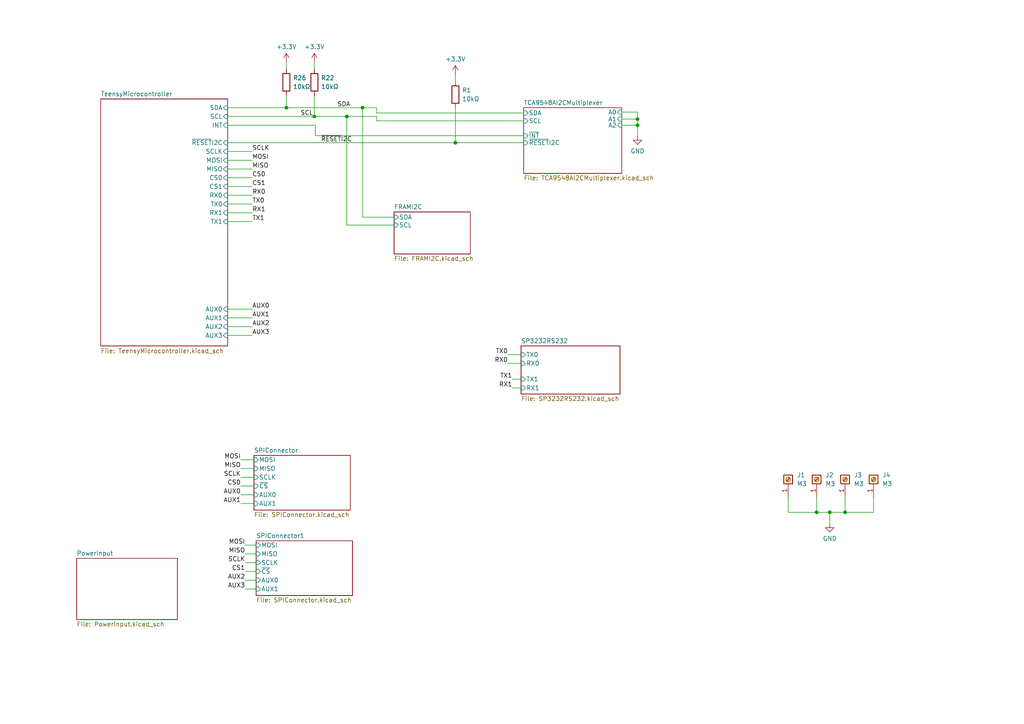
<source format=kicad_sch>
(kicad_sch (version 20230121) (generator eeschema)
  (paper "A4")
  (lib_symbols
    (symbol "Connector:Screw_Terminal_01x01" (pin_names (offset 1.016) hide)
      (property "Reference" "J" (at 0 2.54 0))
      (property "Value" "Screw_Terminal_01x01" (at 0 -2.54 0))
      (symbol "Screw_Terminal_01x01_1_1"
        (rectangle (start -1.27 1.27) (end 1.27 -1.27) (stroke (width 0.254)) (fill (type background)))
        (polyline (pts (xy -0.5334 0.3302) (xy 0.3302 -0.508)) (stroke (width 0.1524)))
        (polyline (pts (xy -0.3556 0.508) (xy 0.508 -0.3302)) (stroke (width 0.1524)))
        (circle (center 0 0) (radius 0.635) (stroke (width 0.1524)))
        (pin passive line (at -5.08 0 0) (length 3.81) (name "Pin_1") (number "1"))
      )
    )
    (symbol "Device:R" (pin_numbers hide) (pin_names (offset 0))
      (property "Reference" "R" (at 2.032 0 90))
      (property "Value" "R" (at 0 0 90))
      (symbol "R_0_1"
        (rectangle (start -1.016 -2.54) (end 1.016 2.54) (stroke (width 0.254)))
      )
      (symbol "R_1_1"
        (pin passive line (at 0 3.81 270) (length 1.27) (name "~") (number "1"))
        (pin passive line (at 0 -3.81 90) (length 1.27) (name "~") (number "2"))
      )
    )
    (symbol "power:+3.3V" (power) (pin_names (offset 0))
      (property "Value" "+3.3V" (at 0 3.556 0))
      (symbol "+3.3V_0_1"
        (polyline (pts (xy -0.762 1.27) (xy 0 2.54)))
        (polyline (pts (xy 0 0) (xy 0 2.54)))
        (polyline (pts (xy 0 2.54) (xy 0.762 1.27)))
      )
      (symbol "+3.3V_1_1"
        (pin power_in line (at 0 0 90) (length 0) hide (name "+3.3V") (number "1"))
      )
    )
    (symbol "power:GND" (power) (pin_names (offset 0))
      (property "Value" "GND" (at 0 -3.81 0))
      (symbol "GND_0_1"
        (polyline (pts (xy 0 0) (xy 0 -1.27) (xy 1.27 -1.27) (xy 0 -2.54) (xy -1.27 -1.27) (xy 0 -1.27)))
      )
      (symbol "GND_1_1"
        (pin power_in line (at 0 0 270) (length 0) hide (name "GND") (number "1"))
      )
    )
  )
  (junction (at 184.912 34.544))
  (junction (at 91.186 33.782))
  (junction (at 236.855 148.59))
  (junction (at 240.665 148.59))
  (junction (at 245.11 148.59))
  (junction (at 83.058 31.242))
  (junction (at 132.08 41.402))
  (junction (at 105.156 31.242))
  (junction (at 184.912 36.322))
  (junction (at 100.584 33.782))
  (wire (pts (xy 180.34 32.512) (xy 184.912 32.512)))
  (wire (pts (xy 83.058 31.242) (xy 105.156 31.242)))
  (wire (pts (xy 184.912 36.322) (xy 184.912 39.37)))
  (wire (pts (xy 109.22 31.242) (xy 109.22 32.766)))
  (wire (pts (xy 66.04 46.482) (xy 73.152 46.482)))
  (wire (pts (xy 236.855 144.145) (xy 236.855 148.59)))
  (wire (pts (xy 66.04 92.202) (xy 73.152 92.202)))
  (wire (pts (xy 114.3 65.278) (xy 100.584 65.278)))
  (wire (pts (xy 66.04 49.022) (xy 73.152 49.022)))
  (wire (pts (xy 66.04 41.402) (xy 132.08 41.402)))
  (wire (pts (xy 66.04 64.262) (xy 73.152 64.262)))
  (wire (pts (xy 184.912 32.512) (xy 184.912 34.544)))
  (wire (pts (xy 66.04 94.742) (xy 73.152 94.742)))
  (wire (pts (xy 147.32 102.87) (xy 151.13 102.87)))
  (wire (pts (xy 180.34 34.544) (xy 184.912 34.544)))
  (wire (pts (xy 69.85 146.05) (xy 73.66 146.05)))
  (wire (pts (xy 91.44 36.322) (xy 91.44 39.37)))
  (wire (pts (xy 148.59 112.522) (xy 151.13 112.522)))
  (wire (pts (xy 228.6 144.145) (xy 228.6 148.59)))
  (wire (pts (xy 71.12 168.275) (xy 74.295 168.275)))
  (wire (pts (xy 109.22 35.052) (xy 151.892 35.052)))
  (wire (pts (xy 240.665 148.59) (xy 240.665 151.765)))
  (wire (pts (xy 69.85 138.43) (xy 73.66 138.43)))
  (wire (pts (xy 91.186 18.034) (xy 91.186 20.066)))
  (wire (pts (xy 91.44 39.37) (xy 151.892 39.37)))
  (wire (pts (xy 245.11 148.59) (xy 253.365 148.59)))
  (wire (pts (xy 100.584 65.278) (xy 100.584 33.782)))
  (wire (pts (xy 253.365 148.59) (xy 253.365 144.145)))
  (wire (pts (xy 109.22 35.052) (xy 109.22 33.782)))
  (wire (pts (xy 91.186 27.686) (xy 91.186 33.782)))
  (wire (pts (xy 132.08 21.59) (xy 132.08 23.622)))
  (wire (pts (xy 245.11 148.59) (xy 245.11 144.145)))
  (wire (pts (xy 184.912 34.544) (xy 184.912 36.322)))
  (wire (pts (xy 66.04 59.182) (xy 73.152 59.182)))
  (wire (pts (xy 71.12 160.655) (xy 74.295 160.655)))
  (wire (pts (xy 71.12 158.115) (xy 74.295 158.115)))
  (wire (pts (xy 91.186 33.782) (xy 100.584 33.782)))
  (wire (pts (xy 71.12 163.195) (xy 74.295 163.195)))
  (wire (pts (xy 83.058 27.686) (xy 83.058 31.242)))
  (wire (pts (xy 236.855 148.59) (xy 240.665 148.59)))
  (wire (pts (xy 69.85 140.97) (xy 73.66 140.97)))
  (wire (pts (xy 66.04 61.722) (xy 73.152 61.722)))
  (wire (pts (xy 66.04 43.942) (xy 73.152 43.942)))
  (wire (pts (xy 69.85 135.89) (xy 73.66 135.89)))
  (wire (pts (xy 66.04 33.782) (xy 91.186 33.782)))
  (wire (pts (xy 71.12 170.815) (xy 74.295 170.815)))
  (wire (pts (xy 132.08 41.402) (xy 151.892 41.402)))
  (wire (pts (xy 66.04 31.242) (xy 83.058 31.242)))
  (wire (pts (xy 66.04 89.662) (xy 73.152 89.662)))
  (wire (pts (xy 69.85 143.51) (xy 73.66 143.51)))
  (wire (pts (xy 66.04 36.322) (xy 91.44 36.322)))
  (wire (pts (xy 109.22 32.766) (xy 151.892 32.766)))
  (wire (pts (xy 66.04 51.562) (xy 73.152 51.562)))
  (wire (pts (xy 228.6 148.59) (xy 236.855 148.59)))
  (wire (pts (xy 83.058 18.034) (xy 83.058 20.066)))
  (wire (pts (xy 100.584 33.782) (xy 109.22 33.782)))
  (wire (pts (xy 180.34 36.322) (xy 184.912 36.322)))
  (wire (pts (xy 105.156 31.242) (xy 109.22 31.242)))
  (wire (pts (xy 114.3 62.992) (xy 105.156 62.992)))
  (wire (pts (xy 66.04 54.102) (xy 73.152 54.102)))
  (wire (pts (xy 148.59 109.982) (xy 151.13 109.982)))
  (wire (pts (xy 66.04 56.642) (xy 73.152 56.642)))
  (wire (pts (xy 71.12 165.735) (xy 74.295 165.735)))
  (wire (pts (xy 105.156 62.992) (xy 105.156 31.242)))
  (wire (pts (xy 66.04 97.282) (xy 73.152 97.282)))
  (wire (pts (xy 132.08 31.242) (xy 132.08 41.402)))
  (wire (pts (xy 147.32 105.41) (xy 151.13 105.41)))
  (wire (pts (xy 69.85 133.35) (xy 73.66 133.35)))
  (wire (pts (xy 240.665 148.59) (xy 245.11 148.59)))
  (label "RX1" (at 73.152 61.722 0))
  (label "AUX2" (at 73.152 94.742 0))
  (label "AUX1" (at 69.85 146.05 180))
  (label "SCLK" (at 73.152 43.942 0))
  (label "TX0" (at 147.32 102.87 180))
  (label "AUX0" (at 69.85 143.51 180))
  (label "CS0" (at 69.85 140.97 180))
  (label "AUX0" (at 73.152 89.662 0))
  (label "MISO" (at 73.152 49.022 0))
  (label "TX0" (at 73.152 59.182 0))
  (label "MISO" (at 69.85 135.89 180))
  (label "RX0" (at 73.152 56.642 0))
  (label "RX1" (at 148.59 112.522 180))
  (label "MOSI" (at 69.85 133.35 180))
  (label "AUX3" (at 73.152 97.282 0))
  (label "TX1" (at 148.59 109.982 180))
  (label "CS1" (at 71.12 165.735 180))
  (label "~{RESET}I2C" (at 102.108 41.402 180))
  (label "AUX1" (at 73.152 92.202 0))
  (label "CS1" (at 73.152 54.102 0))
  (label "CS0" (at 73.152 51.562 0))
  (label "SCL" (at 87.122 33.782 0))
  (label "AUX2" (at 71.12 168.275 180))
  (label "RX0" (at 147.32 105.41 180))
  (label "SCLK" (at 71.12 163.195 180))
  (label "SDA" (at 101.6 31.242 180))
  (label "SCLK" (at 69.85 138.43 180))
  (label "AUX3" (at 71.12 170.815 180))
  (label "MOSI" (at 73.152 46.482 0))
  (label "TX1" (at 73.152 64.262 0))
  (label "MOSI" (at 71.12 158.115 180))
  (label "MISO" (at 71.12 160.655 180))
  (symbol (lib_id "power:+3.3V") (at 132.08 21.59 0) (unit 1)
    (property "Reference" "#PWR01" (effects hide))
    (property "Value" "+3.3V" (at 132.08 17.145 0))
  )
  (symbol (lib_id "power:+3.3V") (at 91.186 18.034 0) (unit 1)
    (property "Reference" "#PWR096" (effects hide))
    (property "Value" "+3.3V" (at 91.186 13.589 0))
  )
  (symbol (lib_id "Device:R") (at 91.186 23.876 180) (unit 1)
    (property "Reference" "R22" (at 93.091 22.606 0) (effects (justify right)))
    (property "Value" "10kΩ" (at 93.091 25.146 0) (effects (justify right)))
    (property "Footprint" "Resistor_SMD:R_0805_2012Metric" (effects hide))
  )
  (symbol (lib_id "Device:R") (at 132.08 27.432 180) (unit 1)
    (property "Reference" "R1" (at 133.985 26.162 0) (effects (justify right)))
    (property "Value" "10kΩ" (at 133.985 28.702 0) (effects (justify right)))
    (property "Footprint" "Resistor_SMD:R_0805_2012Metric" (effects hide))
  )
  (symbol (lib_id "power:+3.3V") (at 83.058 18.034 0) (unit 1)
    (property "Reference" "#PWR099" (effects hide))
    (property "Value" "+3.3V" (at 83.058 13.589 0))
  )
  (symbol (lib_id "Connector:Screw_Terminal_01x01") (at 245.11 139.065 90) (unit 1)
    (property "Reference" "J3" (at 247.65 137.795 90) (effects (justify right)))
    (property "Value" "M3" (at 247.65 140.335 90) (effects (justify right)))
    (property "Footprint" "MountingHole:MountingHole_3.2mm_M3_DIN965_Pad" (effects hide))
  )
  (symbol (lib_id "Connector:Screw_Terminal_01x01") (at 228.6 139.065 90) (unit 1)
    (property "Reference" "J1" (at 231.14 137.795 90) (effects (justify right)))
    (property "Value" "M3" (at 231.14 140.335 90) (effects (justify right)))
    (property "Footprint" "MountingHole:MountingHole_3.2mm_M3_DIN965_Pad" (effects hide))
  )
  (symbol (lib_id "power:GND") (at 240.665 151.765 0) (unit 1)
    (property "Reference" "#PWR03" (effects hide))
    (property "Value" "GND" (at 240.665 156.21 0))
  )
  (symbol (lib_id "Connector:Screw_Terminal_01x01") (at 253.365 139.065 90) (unit 1)
    (property "Reference" "J4" (at 255.905 137.795 90) (effects (justify right)))
    (property "Value" "M3" (at 255.905 140.335 90) (effects (justify right)))
    (property "Footprint" "MountingHole:MountingHole_3.2mm_M3_DIN965_Pad" (effects hide))
  )
  (symbol (lib_id "Connector:Screw_Terminal_01x01") (at 236.855 139.065 90) (unit 1)
    (property "Reference" "J2" (at 239.395 137.795 90) (effects (justify right)))
    (property "Value" "M3" (at 239.395 140.335 90) (effects (justify right)))
    (property "Footprint" "MountingHole:MountingHole_3.2mm_M3_DIN965_Pad" (effects hide))
  )
  (symbol (lib_id "power:GND") (at 184.912 39.37 0) (unit 1)
    (property "Reference" "#PWR02" (effects hide))
    (property "Value" "GND" (at 184.912 43.815 0))
  )
  (symbol (lib_id "Device:R") (at 83.058 23.876 180) (unit 1)
    (property "Reference" "R26" (at 84.963 22.606 0) (effects (justify right)))
    (property "Value" "10kΩ" (at 84.963 25.146 0) (effects (justify right)))
    (property "Footprint" "Resistor_SMD:R_0805_2012Metric" (effects hide))
  )
  (sheet (at 74.295 156.845) (size 27.94 15.875) (stroke (width 0.1524))
    (property "Sheetname" "SPIConnector1" (at 74.295 156.1334 0) (effects (justify left bottom)))
    (property "Sheetfile" "SPIConnector.kicad_sch" (at 74.295 173.3046 0) (effects (justify left top)))
    (pin "AUX0" input (at 74.295 168.275 180))
    (pin "AUX1" input (at 74.295 170.815 180))
    (pin "MOSI" input (at 74.295 158.115 180))
    (pin "MISO" input (at 74.295 160.655 180))
    (pin "SCLK" input (at 74.295 163.195 180))
    (pin "~{CS}" input (at 74.295 165.735 180))
  )
  (sheet (at 73.66 132.08) (size 27.94 15.875) (stroke (width 0.1524))
    (property "Sheetname" "SPIConnector" (at 73.66 131.3684 0) (effects (justify left bottom)))
    (property "Sheetfile" "SPIConnector.kicad_sch" (at 73.66 148.5396 0) (effects (justify left top)))
    (pin "AUX0" input (at 73.66 143.51 180))
    (pin "AUX1" input (at 73.66 146.05 180))
    (pin "MOSI" input (at 73.66 133.35 180))
    (pin "MISO" input (at 73.66 135.89 180))
    (pin "SCLK" input (at 73.66 138.43 180))
    (pin "~{CS}" input (at 73.66 140.97 180))
  )
  (sheet (at 151.892 31.242) (size 28.448 19.05) (stroke (width 0.1524))
    (property "Sheetname" "TCA9548AI2CMultiplexer" (at 151.892 30.5304 0) (effects (justify left bottom)))
    (property "Sheetfile" "TCA9548AI2CMultiplexer.kicad_sch" (at 151.892 50.8766 0) (effects (justify left top)))
    (pin "SDA" input (at 151.892 32.766 180))
    (pin "SCL" input (at 151.892 35.052 180))
    (pin "~{RESET}I2C" input (at 151.892 41.402 180))
    (pin "A0" input (at 180.34 32.512 0))
    (pin "A1" input (at 180.34 34.544 0))
    (pin "A2" input (at 180.34 36.322 0))
    (pin "~{INT}" input (at 151.892 39.37 180))
  )
  (sheet (at 22.225 161.925) (size 29.21 17.78) (stroke (width 0.1524))
    (property "Sheetname" "PowerInput" (at 22.225 161.2134 0) (effects (justify left bottom)))
    (property "Sheetfile" "PowerInput.kicad_sch" (at 22.225 180.2896 0) (effects (justify left top)))
  )
  (sheet (at 29.21 28.702) (size 36.83 71.628) (stroke (width 0.1524))
    (property "Sheetname" "TeensyMicrocontroller" (at 29.21 27.9904 0) (effects (justify left bottom)))
    (property "Sheetfile" "TeensyMicrocontroller.kicad_sch" (at 29.21 101.0416 0) (effects (justify left top)))
    (pin "SCL" input (at 66.04 33.782 0))
    (pin "SDA" input (at 66.04 31.242 0))
    (pin "SCLK" input (at 66.04 43.942 0))
    (pin "INT" input (at 66.04 36.322 0))
    (pin "CS1" input (at 66.04 54.102 0))
    (pin "RX0" input (at 66.04 56.642 0))
    (pin "TX0" input (at 66.04 59.182 0))
    (pin "MOSI" input (at 66.04 46.482 0))
    (pin "MISO" input (at 66.04 49.022 0))
    (pin "CS0" input (at 66.04 51.562 0))
    (pin "~{RESET}I2C" input (at 66.04 41.402 0))
    (pin "RX1" input (at 66.04 61.722 0))
    (pin "TX1" input (at 66.04 64.262 0))
    (pin "AUX0" input (at 66.04 89.662 0))
    (pin "AUX1" input (at 66.04 92.202 0))
    (pin "AUX2" input (at 66.04 94.742 0))
    (pin "AUX3" input (at 66.04 97.282 0))
  )
  (sheet (at 151.13 100.33) (size 28.702 13.97) (stroke (width 0.1524))
    (property "Sheetname" "SP3232RS232" (at 151.13 99.6184 0) (effects (justify left bottom)))
    (property "Sheetfile" "SP3232RS232.kicad_sch" (at 151.13 114.8846 0) (effects (justify left top)))
    (pin "TX0" input (at 151.13 102.87 180))
    (pin "TX1" input (at 151.13 109.982 180))
    (pin "RX0" input (at 151.13 105.41 180))
    (pin "RX1" input (at 151.13 112.522 180))
  )
  (sheet (at 114.3 61.468) (size 22.098 12.192) (stroke (width 0.1524))
    (property "Sheetname" "FRAMI2C" (at 114.3 60.7564 0) (effects (justify left bottom)))
    (property "Sheetfile" "FRAMI2C.kicad_sch" (at 114.3 74.2446 0) (effects (justify left top)))
    (pin "SCL" input (at 114.3 65.278 180))
    (pin "SDA" input (at 114.3 62.992 180))
  )
)
</source>
